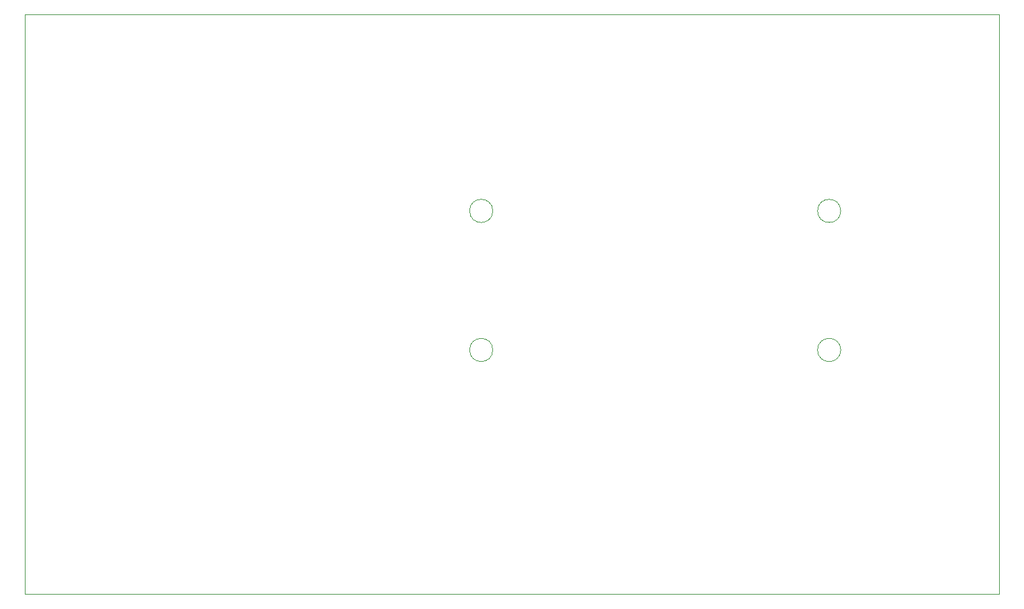
<source format=gbr>
%TF.GenerationSoftware,KiCad,Pcbnew,7.0.7*%
%TF.CreationDate,2023-12-17T16:56:00-07:00*%
%TF.ProjectId,Blank Cu Board,426c616e-6b20-4437-9520-426f6172642e,rev?*%
%TF.SameCoordinates,Original*%
%TF.FileFunction,Profile,NP*%
%FSLAX46Y46*%
G04 Gerber Fmt 4.6, Leading zero omitted, Abs format (unit mm)*
G04 Created by KiCad (PCBNEW 7.0.7) date 2023-12-17 16:56:00*
%MOMM*%
%LPD*%
G01*
G04 APERTURE LIST*
%TA.AperFunction,Profile*%
%ADD10C,0.100000*%
%TD*%
%TA.AperFunction,Profile*%
%ADD11C,0.050000*%
%TD*%
G04 APERTURE END LIST*
D10*
X85300000Y-62580000D02*
X211300000Y-62580000D01*
X211300000Y-137580000D01*
X85300000Y-137580000D01*
X85300000Y-62580000D01*
D11*
%TO.C,PS1*%
X190820000Y-87980000D02*
G75*
G03*
X190820000Y-87980000I-1500000J0D01*
G01*
X145820000Y-87980000D02*
G75*
G03*
X145820000Y-87980000I-1500000J0D01*
G01*
X190820000Y-105980000D02*
G75*
G03*
X190820000Y-105980000I-1500000J0D01*
G01*
X145820000Y-105980000D02*
G75*
G03*
X145820000Y-105980000I-1500000J0D01*
G01*
%TD*%
M02*

</source>
